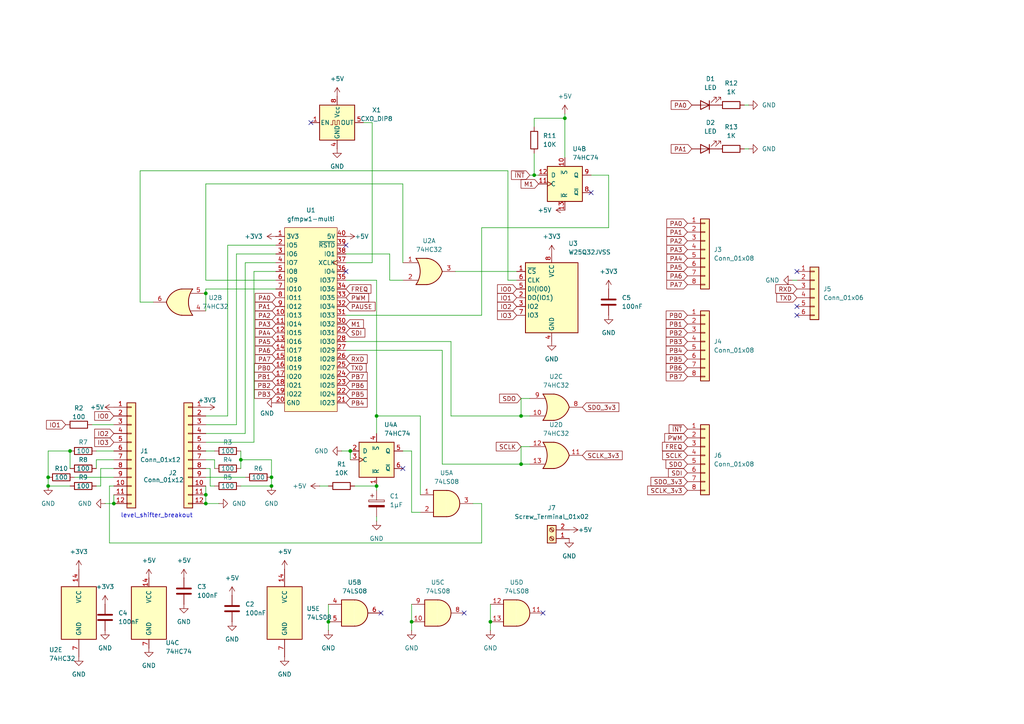
<source format=kicad_sch>
(kicad_sch (version 20231120) (generator "eeschema") (generator_version "8.0")
  (paper "A4")
  (lib_symbols
    (symbol "74xx:74HC74" (pin_names (offset 1.016))
      (property "Reference" "U" (at -7.62 8.89 0))
      (property "Value" "74HC74" (at -7.62 -8.89 0))
      (symbol "74HC74_1_0"
        (pin input line (at 0 -7.62 90) (length 2.54) (name "~{R}") (number "1"))
        (pin input line (at -7.62 2.54 0) (length 2.54) (name "D") (number "2"))
        (pin input clock (at -7.62 0 0) (length 2.54) (name "C") (number "3"))
        (pin input line (at 0 7.62 270) (length 2.54) (name "~{S}") (number "4"))
        (pin output line (at 7.62 2.54 180) (length 2.54) (name "Q") (number "5"))
        (pin output line (at 7.62 -2.54 180) (length 2.54) (name "~{Q}") (number "6"))
      )
      (symbol "74HC74_2_0"
        (pin input line (at 0 7.62 270) (length 2.54) (name "~{S}") (number "10"))
        (pin input clock (at -7.62 0 0) (length 2.54) (name "C") (number "11"))
        (pin input line (at -7.62 2.54 0) (length 2.54) (name "D") (number "12"))
        (pin input line (at 0 -7.62 90) (length 2.54) (name "~{R}") (number "13"))
        (pin output line (at 7.62 -2.54 180) (length 2.54) (name "~{Q}") (number "8"))
        (pin output line (at 7.62 2.54 180) (length 2.54) (name "Q") (number "9"))
      )
      (symbol "74HC74_3_0"
        (pin power_in line (at 0 10.16 270) (length 2.54) (name "VCC") (number "14"))
        (pin power_in line (at 0 -10.16 90) (length 2.54) (name "GND") (number "7"))
      )
    )
    (symbol "74xx:74LS08" (pin_names (offset 1.016))
      (property "Reference" "U" (at 0 1.27 0))
      (property "Value" "74LS08" (at 0 -1.27 0))
      (symbol "74LS08_1_1"
        (pin input line (at -7.62 2.54 0) (length 3.81) (name "~") (number "1"))
        (pin input line (at -7.62 -2.54 0) (length 3.81) (name "~") (number "2"))
        (pin output line (at 7.62 0 180) (length 3.81) (name "~") (number "3"))
      )
      (symbol "74LS08_1_2"
        (pin input inverted (at -7.62 2.54 0) (length 4.318) (name "~") (number "1"))
        (pin input inverted (at -7.62 -2.54 0) (length 4.318) (name "~") (number "2"))
        (pin output inverted (at 7.62 0 180) (length 3.81) (name "~") (number "3"))
      )
      (symbol "74LS08_2_1"
        (pin input line (at -7.62 2.54 0) (length 3.81) (name "~") (number "4"))
        (pin input line (at -7.62 -2.54 0) (length 3.81) (name "~") (number "5"))
        (pin output line (at 7.62 0 180) (length 3.81) (name "~") (number "6"))
      )
      (symbol "74LS08_2_2"
        (pin input inverted (at -7.62 2.54 0) (length 4.318) (name "~") (number "4"))
        (pin input inverted (at -7.62 -2.54 0) (length 4.318) (name "~") (number "5"))
        (pin output inverted (at 7.62 0 180) (length 3.81) (name "~") (number "6"))
      )
      (symbol "74LS08_3_1"
        (pin input line (at -7.62 -2.54 0) (length 3.81) (name "~") (number "10"))
        (pin output line (at 7.62 0 180) (length 3.81) (name "~") (number "8"))
        (pin input line (at -7.62 2.54 0) (length 3.81) (name "~") (number "9"))
      )
      (symbol "74LS08_3_2"
        (pin input inverted (at -7.62 -2.54 0) (length 4.318) (name "~") (number "10"))
        (pin output inverted (at 7.62 0 180) (length 3.81) (name "~") (number "8"))
        (pin input inverted (at -7.62 2.54 0) (length 4.318) (name "~") (number "9"))
      )
      (symbol "74LS08_4_1"
        (pin output line (at 7.62 0 180) (length 3.81) (name "~") (number "11"))
        (pin input line (at -7.62 2.54 0) (length 3.81) (name "~") (number "12"))
        (pin input line (at -7.62 -2.54 0) (length 3.81) (name "~") (number "13"))
      )
      (symbol "74LS08_4_2"
        (pin output inverted (at 7.62 0 180) (length 3.81) (name "~") (number "11"))
        (pin input inverted (at -7.62 2.54 0) (length 4.318) (name "~") (number "12"))
        (pin input inverted (at -7.62 -2.54 0) (length 4.318) (name "~") (number "13"))
      )
      (symbol "74LS08_5_0"
        (pin power_in line (at 0 12.7 270) (length 5.08) (name "VCC") (number "14"))
        (pin power_in line (at 0 -12.7 90) (length 5.08) (name "GND") (number "7"))
      )
    )
    (symbol "74xx:74LS32" (pin_names (offset 1.016))
      (property "Reference" "U" (at 0 1.27 0))
      (property "Value" "74LS32" (at 0 -1.27 0))
      (symbol "74LS32_1_1"
        (pin input line (at -7.62 2.54 0) (length 4.318) (name "~") (number "1"))
        (pin input line (at -7.62 -2.54 0) (length 4.318) (name "~") (number "2"))
        (pin output line (at 7.62 0 180) (length 3.81) (name "~") (number "3"))
      )
      (symbol "74LS32_1_2"
        (pin input inverted (at -7.62 2.54 0) (length 3.81) (name "~") (number "1"))
        (pin input inverted (at -7.62 -2.54 0) (length 3.81) (name "~") (number "2"))
        (pin output inverted (at 7.62 0 180) (length 3.81) (name "~") (number "3"))
      )
      (symbol "74LS32_2_1"
        (pin input line (at -7.62 2.54 0) (length 4.318) (name "~") (number "4"))
        (pin input line (at -7.62 -2.54 0) (length 4.318) (name "~") (number "5"))
        (pin output line (at 7.62 0 180) (length 3.81) (name "~") (number "6"))
      )
      (symbol "74LS32_2_2"
        (pin input inverted (at -7.62 2.54 0) (length 3.81) (name "~") (number "4"))
        (pin input inverted (at -7.62 -2.54 0) (length 3.81) (name "~") (number "5"))
        (pin output inverted (at 7.62 0 180) (length 3.81) (name "~") (number "6"))
      )
      (symbol "74LS32_3_1"
        (pin input line (at -7.62 -2.54 0) (length 4.318) (name "~") (number "10"))
        (pin output line (at 7.62 0 180) (length 3.81) (name "~") (number "8"))
        (pin input line (at -7.62 2.54 0) (length 4.318) (name "~") (number "9"))
      )
      (symbol "74LS32_3_2"
        (pin input inverted (at -7.62 -2.54 0) (length 3.81) (name "~") (number "10"))
        (pin output inverted (at 7.62 0 180) (length 3.81) (name "~") (number "8"))
        (pin input inverted (at -7.62 2.54 0) (length 3.81) (name "~") (number "9"))
      )
      (symbol "74LS32_4_1"
        (pin output line (at 7.62 0 180) (length 3.81) (name "~") (number "11"))
        (pin input line (at -7.62 2.54 0) (length 4.318) (name "~") (number "12"))
        (pin input line (at -7.62 -2.54 0) (length 4.318) (name "~") (number "13"))
      )
      (symbol "74LS32_4_2"
        (pin output inverted (at 7.62 0 180) (length 3.81) (name "~") (number "11"))
        (pin input inverted (at -7.62 2.54 0) (length 3.81) (name "~") (number "12"))
        (pin input inverted (at -7.62 -2.54 0) (length 3.81) (name "~") (number "13"))
      )
      (symbol "74LS32_5_0"
        (pin power_in line (at 0 12.7 270) (length 5.08) (name "VCC") (number "14"))
        (pin power_in line (at 0 -12.7 90) (length 5.08) (name "GND") (number "7"))
      )
    )
    (symbol "Connector:Screw_Terminal_01x02" (pin_names (offset 1.016) hide)
      (property "Reference" "J" (at 0 2.54 0))
      (property "Value" "Screw_Terminal_01x02" (at 0 -5.08 0))
      (symbol "Screw_Terminal_01x02_1_1"
        (pin passive line (at -5.08 0 0) (length 3.81) (name "Pin_1") (number "1"))
        (pin passive line (at -5.08 -2.54 0) (length 3.81) (name "Pin_2") (number "2"))
      )
    )
    (symbol "Connector_Generic:Conn_01x06" (pin_names (offset 1.016) hide)
      (property "Reference" "J" (at 0 7.62 0))
      (property "Value" "Conn_01x06" (at 0 -10.16 0))
      (symbol "Conn_01x06_1_1"
        (pin passive line (at -5.08 5.08 0) (length 3.81) (name "Pin_1") (number "1"))
        (pin passive line (at -5.08 2.54 0) (length 3.81) (name "Pin_2") (number "2"))
        (pin passive line (at -5.08 0 0) (length 3.81) (name "Pin_3") (number "3"))
        (pin passive line (at -5.08 -2.54 0) (length 3.81) (name "Pin_4") (number "4"))
        (pin passive line (at -5.08 -5.08 0) (length 3.81) (name "Pin_5") (number "5"))
        (pin passive line (at -5.08 -7.62 0) (length 3.81) (name "Pin_6") (number "6"))
      )
    )
    (symbol "Connector_Generic:Conn_01x08" (pin_names (offset 1.016) hide)
      (property "Reference" "J" (at 0 10.16 0))
      (property "Value" "Conn_01x08" (at 0 -12.7 0))
      (symbol "Conn_01x08_1_1"
        (pin passive line (at -5.08 7.62 0) (length 3.81) (name "Pin_1") (number "1"))
        (pin passive line (at -5.08 5.08 0) (length 3.81) (name "Pin_2") (number "2"))
        (pin passive line (at -5.08 2.54 0) (length 3.81) (name "Pin_3") (number "3"))
        (pin passive line (at -5.08 0 0) (length 3.81) (name "Pin_4") (number "4"))
        (pin passive line (at -5.08 -2.54 0) (length 3.81) (name "Pin_5") (number "5"))
        (pin passive line (at -5.08 -5.08 0) (length 3.81) (name "Pin_6") (number "6"))
        (pin passive line (at -5.08 -7.62 0) (length 3.81) (name "Pin_7") (number "7"))
        (pin passive line (at -5.08 -10.16 0) (length 3.81) (name "Pin_8") (number "8"))
      )
    )
    (symbol "Connector_Generic:Conn_01x12" (pin_names (offset 1.016) hide)
      (property "Reference" "J" (at 0 15.24 0))
      (property "Value" "Conn_01x12" (at 0 -17.78 0))
      (symbol "Conn_01x12_1_1"
        (pin passive line (at -5.08 12.7 0) (length 3.81) (name "Pin_1") (number "1"))
        (pin passive line (at -5.08 -10.16 0) (length 3.81) (name "Pin_10") (number "10"))
        (pin passive line (at -5.08 -12.7 0) (length 3.81) (name "Pin_11") (number "11"))
        (pin passive line (at -5.08 -15.24 0) (length 3.81) (name "Pin_12") (number "12"))
        (pin passive line (at -5.08 10.16 0) (length 3.81) (name "Pin_2") (number "2"))
        (pin passive line (at -5.08 7.62 0) (length 3.81) (name "Pin_3") (number "3"))
        (pin passive line (at -5.08 5.08 0) (length 3.81) (name "Pin_4") (number "4"))
        (pin passive line (at -5.08 2.54 0) (length 3.81) (name "Pin_5") (number "5"))
        (pin passive line (at -5.08 0 0) (length 3.81) (name "Pin_6") (number "6"))
        (pin passive line (at -5.08 -2.54 0) (length 3.81) (name "Pin_7") (number "7"))
        (pin passive line (at -5.08 -5.08 0) (length 3.81) (name "Pin_8") (number "8"))
        (pin passive line (at -5.08 -7.62 0) (length 3.81) (name "Pin_9") (number "9"))
      )
    )
    (symbol "Device:C" (pin_numbers hide) (pin_names (offset 0.254))
      (property "Reference" "C" (at 0.635 2.54 0))
      (property "Value" "C" (at 0.635 -2.54 0))
      (symbol "C_1_1"
        (pin passive line (at 0 3.81 270) (length 2.794) (name "~") (number "1"))
        (pin passive line (at 0 -3.81 90) (length 2.794) (name "~") (number "2"))
      )
    )
    (symbol "Device:C_Polarized" (pin_numbers hide) (pin_names (offset 0.254))
      (property "Reference" "C" (at 0.635 2.54 0))
      (property "Value" "C_Polarized" (at 0.635 -2.54 0))
      (symbol "C_Polarized_1_1"
        (pin passive line (at 0 3.81 270) (length 2.794) (name "~") (number "1"))
        (pin passive line (at 0 -3.81 90) (length 2.794) (name "~") (number "2"))
      )
    )
    (symbol "Device:LED" (pin_numbers hide) (pin_names (offset 1.016) hide)
      (property "Reference" "D" (at 0 2.54 0))
      (property "Value" "LED" (at 0 -2.54 0))
      (symbol "LED_1_1"
        (pin passive line (at -3.81 0 0) (length 2.54) (name "K") (number "1"))
        (pin passive line (at 3.81 0 180) (length 2.54) (name "A") (number "2"))
      )
    )
    (symbol "Device:R" (pin_numbers hide) (pin_names (offset 0))
      (property "Reference" "R" (at 2.032 0 90))
      (property "Value" "R" (at 0 0 90))
      (symbol "R_1_1"
        (pin passive line (at 0 3.81 270) (length 1.27) (name "~") (number "1"))
        (pin passive line (at 0 -3.81 90) (length 1.27) (name "~") (number "2"))
      )
    )
    (symbol "Memory_Flash:W25Q32JVSS"
      (property "Reference" "U" (at -6.35 11.43 0))
      (property "Value" "W25Q32JVSS" (at 7.62 11.43 0))
      (symbol "W25Q32JVSS_1_1"
        (pin input line (at -10.16 7.62 0) (length 2.54) (name "~{CS}") (number "1"))
        (pin bidirectional line (at -10.16 0 0) (length 2.54) (name "DO(IO1)") (number "2"))
        (pin bidirectional line (at -10.16 -2.54 0) (length 2.54) (name "IO2") (number "3"))
        (pin power_in line (at 0 -12.7 90) (length 2.54) (name "GND") (number "4"))
        (pin bidirectional line (at -10.16 2.54 0) (length 2.54) (name "DI(IO0)") (number "5"))
        (pin input line (at -10.16 5.08 0) (length 2.54) (name "CLK") (number "6"))
        (pin bidirectional line (at -10.16 -5.08 0) (length 2.54) (name "IO3") (number "7"))
        (pin power_in line (at 0 12.7 270) (length 2.54) (name "VCC") (number "8"))
      )
    )
    (symbol "Oscillator:CXO_DIP8" (pin_names (offset 0.254))
      (property "Reference" "X" (at -5.08 6.35 0))
      (property "Value" "CXO_DIP8" (at 1.27 -6.35 0))
      (symbol "CXO_DIP8_1_1"
        (pin input line (at -7.62 0 0) (length 2.54) (name "EN") (number "1"))
        (pin power_in line (at 0 -7.62 90) (length 2.54) (name "GND") (number "4"))
        (pin output line (at 7.62 0 180) (length 2.54) (name "OUT") (number "5"))
        (pin power_in line (at 0 7.62 270) (length 2.54) (name "Vcc") (number "8"))
      )
    )
    (symbol "Tholin:gfmpw1-multi"
      (property "Reference" "U" (at 0 0 0))
      (property "Value" "gfmpw1-multi" (at 0 0 0))
      (symbol "gfmpw1-multi_1_1"
        (pin power_out line (at -10.16 -3.81 0) (length 2.54) (name "3V3") (number "1"))
        (pin bidirectional line (at -10.16 -26.67 0) (length 2.54) (name "IO13") (number "10"))
        (pin bidirectional line (at -10.16 -29.21 0) (length 2.54) (name "IO14") (number "11"))
        (pin bidirectional line (at -10.16 -31.75 0) (length 2.54) (name "IO15") (number "12"))
        (pin bidirectional line (at -10.16 -34.29 0) (length 2.54) (name "IO16") (number "13"))
        (pin bidirectional line (at -10.16 -36.83 0) (length 2.54) (name "IO17") (number "14"))
        (pin bidirectional line (at -10.16 -39.37 0) (length 2.54) (name "IO18") (number "15"))
        (pin bidirectional line (at -10.16 -41.91 0) (length 2.54) (name "IO19") (number "16"))
        (pin bidirectional line (at -10.16 -44.45 0) (length 2.54) (name "IO20") (number "17"))
        (pin bidirectional line (at -10.16 -46.99 0) (length 2.54) (name "IO21") (number "18"))
        (pin bidirectional line (at -10.16 -49.53 0) (length 2.54) (name "IO22") (number "19"))
        (pin bidirectional line (at -10.16 -6.35 0) (length 2.54) (name "IO5") (number "2"))
        (pin power_in line (at -10.16 -52.07 0) (length 2.54) (name "GND") (number "20"))
        (pin bidirectional line (at 10.16 -52.07 180) (length 2.54) (name "IO23") (number "21"))
        (pin bidirectional line (at 10.16 -49.53 180) (length 2.54) (name "IO24") (number "22"))
        (pin bidirectional line (at 10.16 -46.99 180) (length 2.54) (name "IO25") (number "23"))
        (pin bidirectional line (at 10.16 -44.45 180) (length 2.54) (name "IO26") (number "24"))
        (pin bidirectional line (at 10.16 -41.91 180) (length 2.54) (name "IO27") (number "25"))
        (pin bidirectional line (at 10.16 -39.37 180) (length 2.54) (name "IO28") (number "26"))
        (pin bidirectional line (at 10.16 -36.83 180) (length 2.54) (name "IO29") (number "27"))
        (pin bidirectional line (at 10.16 -34.29 180) (length 2.54) (name "IO30") (number "28"))
        (pin bidirectional line (at 10.16 -31.75 180) (length 2.54) (name "IO31") (number "29"))
        (pin bidirectional line (at -10.16 -8.89 0) (length 2.54) (name "IO6") (number "3"))
        (pin bidirectional line (at 10.16 -29.21 180) (length 2.54) (name "IO32") (number "30"))
        (pin bidirectional line (at 10.16 -26.67 180) (length 2.54) (name "IO33") (number "31"))
        (pin bidirectional line (at 10.16 -24.13 180) (length 2.54) (name "IO34") (number "32"))
        (pin bidirectional line (at 10.16 -21.59 180) (length 2.54) (name "IO35") (number "33"))
        (pin bidirectional line (at 10.16 -19.05 180) (length 2.54) (name "IO36") (number "34"))
        (pin bidirectional line (at 10.16 -16.51 180) (length 2.54) (name "IO37") (number "35"))
        (pin bidirectional line (at 10.16 -13.97 180) (length 2.54) (name "IO4") (number "36"))
        (pin input clock (at 10.16 -11.43 180) (length 2.54) (name "XCLK") (number "37"))
        (pin bidirectional line (at 10.16 -8.89 180) (length 2.54) (name "IO1") (number "38"))
        (pin input line (at 10.16 -6.35 180) (length 2.54) (name "~{RSTD}") (number "39"))
        (pin bidirectional line (at -10.16 -11.43 0) (length 2.54) (name "IO7") (number "4"))
        (pin power_in line (at 10.16 -3.81 180) (length 2.54) (name "5V") (number "40"))
        (pin bidirectional line (at -10.16 -13.97 0) (length 2.54) (name "IO8") (number "5"))
        (pin bidirectional line (at -10.16 -16.51 0) (length 2.54) (name "IO9") (number "6"))
        (pin bidirectional line (at -10.16 -19.05 0) (length 2.54) (name "IO10") (number "7"))
        (pin bidirectional line (at -10.16 -21.59 0) (length 2.54) (name "IO11") (number "8"))
        (pin bidirectional line (at -10.16 -24.13 0) (length 2.54) (name "IO12") (number "9"))
      )
    )
    (symbol "power:+3V3" (power) (pin_numbers hide) (pin_names (offset 0) hide)
      (property "Value" "+3V3" (at 0 3.556 0))
      (symbol "+3V3_1_1"
        (pin power_in line (at 0 0 90) (length 0) (name "~") (number "1"))
      )
    )
    (symbol "power:+5V" (power) (pin_numbers hide) (pin_names (offset 0) hide)
      (property "Value" "+5V" (at 0 3.556 0))
      (symbol "+5V_1_1"
        (pin power_in line (at 0 0 90) (length 0) (name "~") (number "1"))
      )
    )
    (symbol "power:GND" (power) (pin_numbers hide) (pin_names (offset 0) hide)
      (property "Value" "GND" (at 0 -3.81 0))
      (symbol "GND_1_1"
        (pin power_in line (at 0 0 270) (length 0) (name "~") (number "1"))
      )
    )
  )
  (junction (at 78.74 140.97))
  (junction (at 109.22 120.65))
  (junction (at 101.6 130.81))
  (junction (at 154.94 50.8))
  (junction (at 33.02 146.05))
  (junction (at 142.24 180.34))
  (junction (at 163.83 34.29))
  (junction (at 13.97 140.97))
  (junction (at 59.69 146.05))
  (junction (at 59.69 85.09))
  (junction (at 151.13 120.65))
  (junction (at 20.32 130.81))
  (junction (at 151.13 134.62))
  (junction (at 119.38 180.34))
  (junction (at 95.25 180.34))
  (junction (at 69.85 133.35))
  (junction (at 13.97 138.43))
  (junction (at 78.74 138.43))
  (junction (at 109.22 140.97))
  (junction (at 59.69 143.51))
  (no_connect (at 100.33 71.12))
  (no_connect (at 116.84 135.89))
  (no_connect (at 100.33 78.74))
  (no_connect (at 90.17 35.56))
  (no_connect (at 110.49 177.8))
  (no_connect (at 231.14 88.9))
  (no_connect (at 157.48 177.8))
  (no_connect (at 231.14 91.44))
  (no_connect (at 134.62 177.8))
  (no_connect (at 231.14 78.74))
  (no_connect (at 171.45 55.88))
  (wire (pts (xy 154.94 34.29) (xy 163.83 34.29)))
  (wire (pts (xy 62.23 133.35) (xy 62.23 135.89)))
  (wire (pts (xy 139.7 91.44) (xy 139.7 66.04)))
  (wire (pts (xy 119.38 148.59) (xy 121.92 148.59)))
  (wire (pts (xy 27.94 140.97) (xy 29.21 140.97)))
  (wire (pts (xy 107.95 76.2) (xy 100.33 76.2)))
  (wire (pts (xy 40.64 49.53) (xy 147.32 49.53)))
  (wire (pts (xy 20.32 140.97) (xy 13.97 140.97)))
  (wire (pts (xy 100.33 81.28) (xy 109.22 81.28)))
  (wire (pts (xy 73.66 78.74) (xy 80.01 78.74)))
  (wire (pts (xy 142.24 180.34) (xy 142.24 182.88)))
  (wire (pts (xy 153.67 115.57) (xy 151.13 115.57)))
  (wire (pts (xy 139.7 157.48) (xy 139.7 146.05)))
  (wire (pts (xy 176.53 50.8) (xy 171.45 50.8)))
  (wire (pts (xy 163.83 34.29) (xy 163.83 45.72)))
  (wire (pts (xy 215.9 43.18) (xy 217.17 43.18)))
  (wire (pts (xy 132.08 78.74) (xy 149.86 78.74)))
  (wire (pts (xy 30.48 146.05) (xy 33.02 146.05)))
  (wire (pts (xy 68.58 73.66) (xy 80.01 73.66)))
  (wire (pts (xy 176.53 66.04) (xy 176.53 50.8)))
  (wire (pts (xy 100.33 101.6) (xy 128.27 101.6)))
  (wire (pts (xy 95.25 180.34) (xy 95.25 182.88)))
  (wire (pts (xy 147.32 81.28) (xy 149.86 81.28)))
  (wire (pts (xy 154.94 36.83) (xy 154.94 34.29)))
  (wire (pts (xy 139.7 66.04) (xy 176.53 66.04)))
  (wire (pts (xy 60.96 140.97) (xy 62.23 140.97)))
  (wire (pts (xy 163.83 33.02) (xy 163.83 34.29)))
  (wire (pts (xy 33.02 135.89) (xy 29.21 135.89)))
  (wire (pts (xy 71.12 125.73) (xy 71.12 76.2)))
  (wire (pts (xy 102.87 140.97) (xy 109.22 140.97)))
  (wire (pts (xy 147.32 49.53) (xy 147.32 81.28)))
  (wire (pts (xy 13.97 138.43) (xy 13.97 130.81)))
  (wire (pts (xy 71.12 76.2) (xy 80.01 76.2)))
  (wire (pts (xy 13.97 140.97) (xy 13.97 138.43)))
  (wire (pts (xy 116.84 76.2) (xy 116.84 53.34)))
  (wire (pts (xy 69.85 133.35) (xy 69.85 135.89)))
  (wire (pts (xy 59.69 125.73) (xy 71.12 125.73)))
  (wire (pts (xy 66.04 71.12) (xy 80.01 71.12)))
  (wire (pts (xy 100.33 91.44) (xy 139.7 91.44)))
  (wire (pts (xy 113.03 81.28) (xy 116.84 81.28)))
  (wire (pts (xy 20.32 130.81) (xy 20.32 135.89)))
  (wire (pts (xy 119.38 175.26) (xy 119.38 180.34)))
  (wire (pts (xy 151.13 115.57) (xy 151.13 120.65)))
  (wire (pts (xy 154.94 44.45) (xy 154.94 50.8)))
  (wire (pts (xy 73.66 128.27) (xy 73.66 78.74)))
  (wire (pts (xy 78.74 138.43) (xy 78.74 133.35)))
  (wire (pts (xy 78.74 140.97) (xy 78.74 138.43)))
  (wire (pts (xy 116.84 53.34) (xy 59.69 53.34)))
  (wire (pts (xy 105.41 35.56) (xy 107.95 35.56)))
  (wire (pts (xy 100.33 99.06) (xy 130.81 99.06)))
  (wire (pts (xy 59.69 85.09) (xy 59.69 90.17)))
  (wire (pts (xy 109.22 81.28) (xy 109.22 120.65)))
  (wire (pts (xy 59.69 135.89) (xy 60.96 135.89)))
  (wire (pts (xy 59.69 143.51) (xy 59.69 140.97)))
  (wire (pts (xy 121.92 143.51) (xy 121.92 120.65)))
  (wire (pts (xy 80.01 83.82) (xy 59.69 83.82)))
  (wire (pts (xy 128.27 101.6) (xy 128.27 134.62)))
  (wire (pts (xy 100.33 73.66) (xy 113.03 73.66)))
  (wire (pts (xy 142.24 175.26) (xy 142.24 180.34)))
  (wire (pts (xy 153.67 129.54) (xy 151.13 129.54)))
  (wire (pts (xy 59.69 133.35) (xy 62.23 133.35)))
  (wire (pts (xy 151.13 120.65) (xy 153.67 120.65)))
  (wire (pts (xy 69.85 130.81) (xy 69.85 133.35)))
  (wire (pts (xy 59.69 123.19) (xy 68.58 123.19)))
  (wire (pts (xy 59.69 120.65) (xy 66.04 120.65)))
  (wire (pts (xy 31.75 157.48) (xy 139.7 157.48)))
  (wire (pts (xy 113.03 73.66) (xy 113.03 81.28)))
  (wire (pts (xy 63.5 146.05) (xy 59.69 146.05)))
  (wire (pts (xy 59.69 130.81) (xy 62.23 130.81)))
  (wire (pts (xy 109.22 120.65) (xy 109.22 125.73)))
  (wire (pts (xy 154.94 50.8) (xy 156.21 50.8)))
  (wire (pts (xy 59.69 128.27) (xy 73.66 128.27)))
  (wire (pts (xy 151.13 129.54) (xy 151.13 134.62)))
  (wire (pts (xy 99.06 130.81) (xy 101.6 130.81)))
  (wire (pts (xy 27.94 130.81) (xy 33.02 130.81)))
  (wire (pts (xy 107.95 35.56) (xy 107.95 76.2)))
  (wire (pts (xy 119.38 180.34) (xy 119.38 182.88)))
  (wire (pts (xy 130.81 120.65) (xy 151.13 120.65)))
  (wire (pts (xy 109.22 140.97) (xy 109.22 142.24)))
  (wire (pts (xy 59.69 138.43) (xy 71.12 138.43)))
  (wire (pts (xy 128.27 134.62) (xy 151.13 134.62)))
  (wire (pts (xy 59.69 53.34) (xy 59.69 81.28)))
  (wire (pts (xy 59.69 146.05) (xy 59.69 143.51)))
  (wire (pts (xy 40.64 87.63) (xy 40.64 49.53)))
  (wire (pts (xy 26.67 123.19) (xy 33.02 123.19)))
  (wire (pts (xy 151.13 134.62) (xy 153.67 134.62)))
  (wire (pts (xy 130.81 99.06) (xy 130.81 120.65)))
  (wire (pts (xy 116.84 130.81) (xy 119.38 130.81)))
  (wire (pts (xy 27.94 133.35) (xy 27.94 135.89)))
  (wire (pts (xy 59.69 83.82) (xy 59.69 85.09)))
  (wire (pts (xy 153.67 50.8) (xy 154.94 50.8)))
  (wire (pts (xy 33.02 146.05) (xy 33.02 143.51)))
  (wire (pts (xy 33.02 133.35) (xy 27.94 133.35)))
  (wire (pts (xy 101.6 130.81) (xy 101.6 133.35)))
  (wire (pts (xy 44.45 87.63) (xy 40.64 87.63)))
  (wire (pts (xy 95.25 175.26) (xy 95.25 180.34)))
  (wire (pts (xy 139.7 146.05) (xy 137.16 146.05)))
  (wire (pts (xy 229.87 81.28) (xy 231.14 81.28)))
  (wire (pts (xy 69.85 140.97) (xy 78.74 140.97)))
  (wire (pts (xy 13.97 130.81) (xy 20.32 130.81)))
  (wire (pts (xy 31.75 140.97) (xy 31.75 157.48)))
  (wire (pts (xy 215.9 30.48) (xy 217.17 30.48)))
  (wire (pts (xy 68.58 123.19) (xy 68.58 73.66)))
  (wire (pts (xy 60.96 135.89) (xy 60.96 140.97)))
  (wire (pts (xy 119.38 130.81) (xy 119.38 148.59)))
  (wire (pts (xy 92.71 140.97) (xy 95.25 140.97)))
  (wire (pts (xy 33.02 140.97) (xy 31.75 140.97)))
  (wire (pts (xy 29.21 135.89) (xy 29.21 140.97)))
  (wire (pts (xy 109.22 149.86) (xy 109.22 151.13)))
  (wire (pts (xy 59.69 81.28) (xy 80.01 81.28)))
  (wire (pts (xy 66.04 120.65) (xy 66.04 71.12)))
  (wire (pts (xy 121.92 120.65) (xy 109.22 120.65)))
  (wire (pts (xy 21.59 138.43) (xy 33.02 138.43)))
  (wire (pts (xy 78.74 133.35) (xy 69.85 133.35)))
  (text "level_shifter_breakout" (at 45.466 149.606 0) (effects (font (size 1.27 1.27))))
  (global_label "SCLK_3v3" (shape input) (at 199.39 142.24 180) (property "Intersheetrefs" "${INTERSHEET_REFS}" (effects (hide yes))))
  (global_label "SDO_3v3" (shape input) (at 168.91 118.11 0) (property "Intersheetrefs" "${INTERSHEET_REFS}" (effects (hide yes))))
  (global_label "PB4" (shape input) (at 100.33 116.84 0) (property "Intersheetrefs" "${INTERSHEET_REFS}" (effects (hide yes))))
  (global_label "IO2" (shape input) (at 33.02 125.73 180) (property "Intersheetrefs" "${INTERSHEET_REFS}" (effects (hide yes))))
  (global_label "PB7" (shape input) (at 199.39 109.22 180) (property "Intersheetrefs" "${INTERSHEET_REFS}" (effects (hide yes))))
  (global_label "SCLK" (shape input) (at 151.13 129.54 180) (property "Intersheetrefs" "${INTERSHEET_REFS}" (effects (hide yes))))
  (global_label "PB2" (shape input) (at 199.39 96.52 180) (property "Intersheetrefs" "${INTERSHEET_REFS}" (effects (hide yes))))
  (global_label "PA6" (shape input) (at 199.39 80.01 180) (property "Intersheetrefs" "${INTERSHEET_REFS}" (effects (hide yes))))
  (global_label "FREQ" (shape input) (at 199.39 129.54 180) (property "Intersheetrefs" "${INTERSHEET_REFS}" (effects (hide yes))))
  (global_label "PA4" (shape input) (at 80.01 96.52 180) (property "Intersheetrefs" "${INTERSHEET_REFS}" (effects (hide yes))))
  (global_label "PA3" (shape input) (at 80.01 93.98 180) (property "Intersheetrefs" "${INTERSHEET_REFS}" (effects (hide yes))))
  (global_label "PA1" (shape input) (at 200.66 43.18 180) (property "Intersheetrefs" "${INTERSHEET_REFS}" (effects (hide yes))))
  (global_label "PB6" (shape input) (at 100.33 111.76 0) (property "Intersheetrefs" "${INTERSHEET_REFS}" (effects (hide yes))))
  (global_label "~{INT}" (shape input) (at 153.67 50.8 180) (property "Intersheetrefs" "${INTERSHEET_REFS}" (effects (hide yes))))
  (global_label "PA1" (shape input) (at 80.01 88.9 180) (property "Intersheetrefs" "${INTERSHEET_REFS}" (effects (hide yes))))
  (global_label "PB2" (shape input) (at 80.01 111.76 180) (property "Intersheetrefs" "${INTERSHEET_REFS}" (effects (hide yes))))
  (global_label "PB0" (shape input) (at 80.01 106.68 180) (property "Intersheetrefs" "${INTERSHEET_REFS}" (effects (hide yes))))
  (global_label "TXD" (shape input) (at 100.33 106.68 0) (property "Intersheetrefs" "${INTERSHEET_REFS}" (effects (hide yes))))
  (global_label "PA3" (shape input) (at 199.39 72.39 180) (property "Intersheetrefs" "${INTERSHEET_REFS}" (effects (hide yes))))
  (global_label "~{INT}" (shape input) (at 199.39 124.46 180) (property "Intersheetrefs" "${INTERSHEET_REFS}" (effects (hide yes))))
  (global_label "SDO" (shape input) (at 199.39 134.62 180) (property "Intersheetrefs" "${INTERSHEET_REFS}" (effects (hide yes))))
  (global_label "PA0" (shape input) (at 199.39 64.77 180) (property "Intersheetrefs" "${INTERSHEET_REFS}" (effects (hide yes))))
  (global_label "PB5" (shape input) (at 100.33 114.3 0) (property "Intersheetrefs" "${INTERSHEET_REFS}" (effects (hide yes))))
  (global_label "IO1" (shape input) (at 19.05 123.19 180) (property "Intersheetrefs" "${INTERSHEET_REFS}" (effects (hide yes))))
  (global_label "IO3" (shape input) (at 33.02 128.27 180) (property "Intersheetrefs" "${INTERSHEET_REFS}" (effects (hide yes))))
  (global_label "PA0" (shape input) (at 80.01 86.36 180) (property "Intersheetrefs" "${INTERSHEET_REFS}" (effects (hide yes))))
  (global_label "RXD" (shape input) (at 231.14 83.82 180) (property "Intersheetrefs" "${INTERSHEET_REFS}" (effects (hide yes))))
  (global_label "PB1" (shape input) (at 80.01 109.22 180) (property "Intersheetrefs" "${INTERSHEET_REFS}" (effects (hide yes))))
  (global_label "PB5" (shape input) (at 199.39 104.14 180) (property "Intersheetrefs" "${INTERSHEET_REFS}" (effects (hide yes))))
  (global_label "M1" (shape input) (at 100.33 93.98 0) (property "Intersheetrefs" "${INTERSHEET_REFS}" (effects (hide yes))))
  (global_label "M1" (shape input) (at 156.21 53.34 180) (property "Intersheetrefs" "${INTERSHEET_REFS}" (effects (hide yes))))
  (global_label "PWM" (shape input) (at 199.39 127 180) (property "Intersheetrefs" "${INTERSHEET_REFS}" (effects (hide yes))))
  (global_label "PB3" (shape input) (at 199.39 99.06 180) (property "Intersheetrefs" "${INTERSHEET_REFS}" (effects (hide yes))))
  (global_label "RXD" (shape input) (at 100.33 104.14 0) (property "Intersheetrefs" "${INTERSHEET_REFS}" (effects (hide yes))))
  (global_label "SDI" (shape input) (at 100.33 96.52 0) (property "Intersheetrefs" "${INTERSHEET_REFS}" (effects (hide yes))))
  (global_label "SDO" (shape input) (at 151.13 115.57 180) (property "Intersheetrefs" "${INTERSHEET_REFS}" (effects (hide yes))))
  (global_label "SCLK" (shape input) (at 199.39 132.08 180) (property "Intersheetrefs" "${INTERSHEET_REFS}" (effects (hide yes))))
  (global_label "PA5" (shape input) (at 80.01 99.06 180) (property "Intersheetrefs" "${INTERSHEET_REFS}" (effects (hide yes))))
  (global_label "PA4" (shape input) (at 199.39 74.93 180) (property "Intersheetrefs" "${INTERSHEET_REFS}" (effects (hide yes))))
  (global_label "PB6" (shape input) (at 199.39 106.68 180) (property "Intersheetrefs" "${INTERSHEET_REFS}" (effects (hide yes))))
  (global_label "PB3" (shape input) (at 80.01 114.3 180) (property "Intersheetrefs" "${INTERSHEET_REFS}" (effects (hide yes))))
  (global_label "PA5" (shape input) (at 199.39 77.47 180) (property "Intersheetrefs" "${INTERSHEET_REFS}" (effects (hide yes))))
  (global_label "PA7" (shape input) (at 199.39 82.55 180) (property "Intersheetrefs" "${INTERSHEET_REFS}" (effects (hide yes))))
  (global_label "SCLK_3v3" (shape input) (at 168.91 132.08 0) (property "Intersheetrefs" "${INTERSHEET_REFS}" (effects (hide yes))))
  (global_label "IO0" (shape input) (at 33.02 120.65 180) (property "Intersheetrefs" "${INTERSHEET_REFS}" (effects (hide yes))))
  (global_label "FREQ" (shape input) (at 100.33 83.82 0) (property "Intersheetrefs" "${INTERSHEET_REFS}" (effects (hide yes))))
  (global_label "PA0" (shape input) (at 200.66 30.48 180) (property "Intersheetrefs" "${INTERSHEET_REFS}" (effects (hide yes))))
  (global_label "IO0" (shape input) (at 149.86 83.82 180) (property "Intersheetrefs" "${INTERSHEET_REFS}" (effects (hide yes))))
  (global_label "PA6" (shape input) (at 80.01 101.6 180) (property "Intersheetrefs" "${INTERSHEET_REFS}" (effects (hide yes))))
  (global_label "PB0" (shape input) (at 199.39 91.44 180) (property "Intersheetrefs" "${INTERSHEET_REFS}" (effects (hide yes))))
  (global_label "PA2" (shape input) (at 80.01 91.44 180) (property "Intersheetrefs" "${INTERSHEET_REFS}" (effects (hide yes))))
  (global_label "SDO_3v3" (shape input) (at 199.39 139.7 180) (property "Intersheetrefs" "${INTERSHEET_REFS}" (effects (hide yes))))
  (global_label "PB1" (shape input) (at 199.39 93.98 180) (property "Intersheetrefs" "${INTERSHEET_REFS}" (effects (hide yes))))
  (global_label "PAUSE" (shape input) (at 100.33 88.9 0) (property "Intersheetrefs" "${INTERSHEET_REFS}" (effects (hide yes))))
  (global_label "TXD" (shape input) (at 231.14 86.36 180) (property "Intersheetrefs" "${INTERSHEET_REFS}" (effects (hide yes))))
  (global_label "PA2" (shape input) (at 199.39 69.85 180) (property "Intersheetrefs" "${INTERSHEET_REFS}" (effects (hide yes))))
  (global_label "IO2" (shape input) (at 149.86 88.9 180) (property "Intersheetrefs" "${INTERSHEET_REFS}" (effects (hide yes))))
  (global_label "PA7" (shape input) (at 80.01 104.14 180) (property "Intersheetrefs" "${INTERSHEET_REFS}" (effects (hide yes))))
  (global_label "PA1" (shape input) (at 199.39 67.31 180) (property "Intersheetrefs" "${INTERSHEET_REFS}" (effects (hide yes))))
  (global_label "IO3" (shape input) (at 149.86 91.44 180) (property "Intersheetrefs" "${INTERSHEET_REFS}" (effects (hide yes))))
  (global_label "PB7" (shape input) (at 100.33 109.22 0) (property "Intersheetrefs" "${INTERSHEET_REFS}" (effects (hide yes))))
  (global_label "PWM" (shape input) (at 100.33 86.36 0) (property "Intersheetrefs" "${INTERSHEET_REFS}" (effects (hide yes))))
  (global_label "SDI" (shape input) (at 199.39 137.16 180) (property "Intersheetrefs" "${INTERSHEET_REFS}" (effects (hide yes))))
  (global_label "PB4" (shape input) (at 199.39 101.6 180) (property "Intersheetrefs" "${INTERSHEET_REFS}" (effects (hide yes))))
  (global_label "IO1" (shape input) (at 149.86 86.36 180) (property "Intersheetrefs" "${INTERSHEET_REFS}" (effects (hide yes))))
  (symbol (lib_id "74xx:74LS08") (at 102.87 177.8 0) (unit 2)
    (property "Reference" "U5" (at 102.8617 168.91 0))
    (property "Value" "74LS08" (at 102.8617 171.45 0))
    (property "Footprint" "Package_DIP:DIP-14_W7.62mm" (effects (hide yes)))
    (property "Datasheet" "http://www.ti.com/lit/gpn/sn74LS08" (effects (hide yes)))
    (property "Description" "Quad And2" (effects (hide yes)))
  )
  (symbol (lib_id "Connector_Generic:Conn_01x08") (at 204.47 72.39 0) (unit 1)
    (property "Reference" "J3" (at 207.01 72.3899 0) (effects (justify left)))
    (property "Value" "Conn_01x08" (at 207.01 74.9299 0) (effects (justify left)))
    (property "Footprint" "Connector_PinHeader_2.54mm:PinHeader_1x08_P2.54mm_Vertical" (effects (hide yes)))
    (property "Description" "Generic connector, single row, 01x08, script generated (kicad-library-utils/schlib/autogen/connector/)" (effects (hide yes)))
  )
  (symbol (lib_id "74xx:74LS08") (at 127 177.8 0) (unit 3)
    (property "Reference" "U5" (at 126.9917 168.91 0))
    (property "Value" "74LS08" (at 126.9917 171.45 0))
    (property "Footprint" "Package_DIP:DIP-14_W7.62mm" (effects (hide yes)))
    (property "Datasheet" "http://www.ti.com/lit/gpn/sn74LS08" (effects (hide yes)))
    (property "Description" "Quad And2" (effects (hide yes)))
  )
  (symbol (lib_id "power:GND") (at 80.01 116.84 270) (unit 1)
    (property "Reference" "#PWR05" (effects (hide yes)))
    (property "Value" "GND" (at 79.502 119.888 90) (effects (justify right)))
    (property "Description" "Power symbol creates a global label with name \"GND\" , ground" (effects (hide yes)))
  )
  (symbol (lib_id "power:+5V") (at 97.79 27.94 0) (unit 1)
    (property "Reference" "#PWR014" (effects (hide yes)))
    (property "Value" "+5V" (at 97.79 22.86 0))
    (property "Description" "Power symbol creates a global label with name \"+5V\"" (effects (hide yes)))
  )
  (symbol (lib_id "power:GND") (at 217.17 43.18 90) (unit 1)
    (property "Reference" "#PWR030" (effects (hide yes)))
    (property "Value" "GND" (at 220.98 43.18 90) (effects (justify right)))
  )
  (symbol (lib_id "74xx:74LS32") (at 52.07 87.63 180) (unit 2)
    (property "Reference" "U2" (at 62.484 86.36 0))
    (property "Value" "74HC32" (at 62.484 88.9 0))
    (property "Footprint" "Package_DIP:DIP-14_W7.62mm" (effects (hide yes)))
    (property "Datasheet" "https://files.tholin.dev/Public/Datasheets/74xx/74HC32.pdf" (effects (hide yes)))
    (property "Description" "Quad 2-input OR" (effects (hide yes)))
  )
  (symbol (lib_id "power:+3V3") (at 30.48 175.26 0) (unit 1)
    (property "Reference" "#PWR037" (effects (hide yes)))
    (property "Value" "+3V3" (at 30.48 170.18 0))
    (property "Description" "Power symbol creates a global label with name \"+3V3\"" (effects (hide yes)))
  )
  (symbol (lib_id "Device:R") (at 99.06 140.97 90) (unit 1)
    (property "Reference" "R1" (at 99.06 134.62 90))
    (property "Value" "10K" (at 99.06 137.16 90))
    (property "Footprint" "Resistor_THT:R_Axial_DIN0204_L3.6mm_D1.6mm_P7.62mm_Horizontal" (effects (hide yes)))
  )
  (symbol (lib_id "74xx:74LS08") (at 129.54 146.05 0) (unit 1)
    (property "Reference" "U5" (at 129.5317 137.16 0))
    (property "Value" "74LS08" (at 129.5317 139.7 0))
    (property "Footprint" "Package_DIP:DIP-14_W7.62mm" (effects (hide yes)))
    (property "Datasheet" "http://www.ti.com/lit/gpn/sn74LS08" (effects (hide yes)))
    (property "Description" "Quad And2" (effects (hide yes)))
  )
  (symbol (lib_id "Connector:Screw_Terminal_01x02") (at 160.02 156.21 180) (unit 1)
    (property "Reference" "J7" (at 160.02 147.32 0))
    (property "Value" "Screw_Terminal_01x02" (at 160.02 149.86 0))
    (property "Footprint" "TerminalBlock:TerminalBlock_bornier-2_P5.08mm" (effects (hide yes)))
  )
  (symbol (lib_id "Device:C") (at 176.53 87.63 0) (unit 1)
    (property "Reference" "C5" (at 180.34 86.36 0) (effects (justify left)))
    (property "Value" "100nF" (at 180.34 88.9 0) (effects (justify left)))
    (property "Footprint" "Capacitor_THT:C_Disc_D3.8mm_W2.6mm_P2.50mm" (effects (hide yes)))
  )
  (symbol (lib_id "power:GND") (at 30.48 182.88 0) (unit 1)
    (property "Reference" "#PWR038" (effects (hide yes)))
    (property "Value" "GND" (at 30.48 187.96 0))
    (property "Description" "Power symbol creates a global label with name \"GND\" , ground" (effects (hide yes)))
  )
  (symbol (lib_id "Device:R") (at 66.04 135.89 90) (unit 1)
    (property "Reference" "R4" (at 66.04 133.35 90))
    (property "Value" "100" (at 66.04 135.89 90))
    (property "Footprint" "Resistor_THT:R_Axial_DIN0204_L3.6mm_D1.6mm_P7.62mm_Horizontal" (effects (hide yes)))
  )
  (symbol (lib_id "power:GND") (at 78.74 140.97 0) (unit 1)
    (property "Reference" "#PWR022" (effects (hide yes)))
    (property "Value" "GND" (at 78.74 146.05 0))
    (property "Description" "Power symbol creates a global label with name \"GND\" , ground" (effects (hide yes)))
  )
  (symbol (lib_id "power:+5V") (at 33.02 118.11 90) (unit 1)
    (property "Reference" "#PWR018" (effects (hide yes)))
    (property "Value" "+5V" (at 30.226 118.11 90) (effects (justify left)))
    (property "Description" "Power symbol creates a global label with name \"+5V\"" (effects (hide yes)))
  )
  (symbol (lib_id "Tholin:gfmpw1-multi") (at 90.17 64.77 0) (unit 1)
    (property "Reference" "U1" (at 90.17 60.96 0))
    (property "Value" "gfmpw1-multi" (at 90.17 63.5 0))
    (property "Footprint" "Package_DIP:DIP-40_W15.24mm_Socket" (effects (hide yes)))
  )
  (symbol (lib_id "power:+3V3") (at 160.02 73.66 0) (unit 1)
    (property "Reference" "#PWR06" (effects (hide yes)))
    (property "Value" "+3V3" (at 160.02 68.58 0))
    (property "Description" "Power symbol creates a global label with name \"+3V3\"" (effects (hide yes)))
  )
  (symbol (lib_id "Device:C_Polarized") (at 109.22 146.05 0) (unit 1)
    (property "Reference" "C1" (at 113.03 143.8909 0) (effects (justify left)))
    (property "Value" "1µF" (at 113.03 146.4309 0) (effects (justify left)))
    (property "Footprint" "Capacitor_THT:CP_Radial_D4.0mm_P2.00mm" (effects (hide yes)))
    (property "Description" "Polarized capacitor" (effects (hide yes)))
  )
  (symbol (lib_id "Device:R") (at 154.94 40.64 180) (unit 1)
    (property "Reference" "R11" (at 157.48 39.3699 0) (effects (justify right)))
    (property "Value" "10K" (at 157.48 41.9099 0) (effects (justify right)))
    (property "Footprint" "Resistor_THT:R_Axial_DIN0204_L3.6mm_D1.6mm_P7.62mm_Horizontal" (effects (hide yes)))
  )
  (symbol (lib_id "power:+5V") (at 163.83 33.02 0) (unit 1)
    (property "Reference" "#PWR010" (effects (hide yes)))
    (property "Value" "+5V" (at 163.83 27.94 0))
    (property "Description" "Power symbol creates a global label with name \"+5V\"" (effects (hide yes)))
  )
  (symbol (lib_id "Device:R") (at 17.78 138.43 90) (unit 1)
    (property "Reference" "R10" (at 17.78 135.89 90))
    (property "Value" "100" (at 17.78 138.43 90))
    (property "Footprint" "Resistor_THT:R_Axial_DIN0204_L3.6mm_D1.6mm_P7.62mm_Horizontal" (effects (hide yes)))
  )
  (symbol (lib_id "power:GND") (at 109.22 151.13 0) (unit 1)
    (property "Reference" "#PWR017" (effects (hide yes)))
    (property "Value" "GND" (at 109.22 156.21 0))
    (property "Description" "Power symbol creates a global label with name \"GND\" , ground" (effects (hide yes)))
  )
  (symbol (lib_id "Device:R") (at 74.93 138.43 90) (unit 1)
    (property "Reference" "R6" (at 74.93 135.89 90))
    (property "Value" "100" (at 74.93 138.43 90))
    (property "Footprint" "Resistor_THT:R_Axial_DIN0204_L3.6mm_D1.6mm_P7.62mm_Horizontal" (effects (hide yes)))
  )
  (symbol (lib_id "74xx:74HC74") (at 109.22 133.35 0) (unit 1)
    (property "Reference" "U4" (at 111.4141 123.19 0) (effects (justify left)))
    (property "Value" "74HC74" (at 111.4141 125.73 0) (effects (justify left)))
    (property "Footprint" "Package_DIP:DIP-14_W7.62mm" (effects (hide yes)))
    (property "Datasheet" "74xx/74hc_hct74.pdf" (effects (hide yes)))
    (property "Description" "Dual D Flip-flop, Set & Reset" (effects (hide yes)))
  )
  (symbol (lib_id "power:GND") (at 217.17 30.48 90) (unit 1)
    (property "Reference" "#PWR029" (effects (hide yes)))
    (property "Value" "GND" (at 220.98 30.48 90) (effects (justify right)))
  )
  (symbol (lib_id "74xx:74HC74") (at 163.83 53.34 0) (unit 2)
    (property "Reference" "U4" (at 166.0241 43.18 0) (effects (justify left)))
    (property "Value" "74HC74" (at 166.0241 45.72 0) (effects (justify left)))
    (property "Footprint" "Package_DIP:DIP-14_W7.62mm" (effects (hide yes)))
    (property "Datasheet" "74xx/74hc_hct74.pdf" (effects (hide yes)))
    (property "Description" "Dual D Flip-flop, Set & Reset" (effects (hide yes)))
  )
  (symbol (lib_id "74xx:74LS08") (at 149.86 177.8 0) (unit 4)
    (property "Reference" "U5" (at 149.8517 168.91 0))
    (property "Value" "74LS08" (at 149.8517 171.45 0))
    (property "Footprint" "Package_DIP:DIP-14_W7.62mm" (effects (hide yes)))
    (property "Datasheet" "http://www.ti.com/lit/gpn/sn74LS08" (effects (hide yes)))
    (property "Description" "Quad And2" (effects (hide yes)))
  )
  (symbol (lib_id "Device:R") (at 66.04 130.81 90) (unit 1)
    (property "Reference" "R3" (at 66.04 128.27 90))
    (property "Value" "100" (at 66.04 130.81 90))
    (property "Footprint" "Resistor_THT:R_Axial_DIN0204_L3.6mm_D1.6mm_P7.62mm_Horizontal" (effects (hide yes)))
  )
  (symbol (lib_id "Device:LED") (at 204.47 30.48 180) (unit 1)
    (property "Reference" "D1" (at 206.0575 22.86 0))
    (property "Value" "LED" (at 206.0575 25.4 0))
    (property "Footprint" "LED_THT:LED_D5.0mm" (effects (hide yes)))
  )
  (symbol (lib_id "power:GND") (at 95.25 182.88 0) (unit 1)
    (property "Reference" "#PWR026" (effects (hide yes)))
    (property "Value" "GND" (at 95.25 187.96 0))
    (property "Description" "Power symbol creates a global label with name \"GND\" , ground" (effects (hide yes)))
  )
  (symbol (lib_id "power:+3V3") (at 176.53 83.82 0) (unit 1)
    (property "Reference" "#PWR039" (effects (hide yes)))
    (property "Value" "+3V3" (at 176.53 78.74 0))
    (property "Description" "Power symbol creates a global label with name \"+3V3\"" (effects (hide yes)))
  )
  (symbol (lib_id "power:GND") (at 53.34 175.26 0) (unit 1)
    (property "Reference" "#PWR036" (effects (hide yes)))
    (property "Value" "GND" (at 53.34 180.34 0))
    (property "Description" "Power symbol creates a global label with name \"GND\" , ground" (effects (hide yes)))
  )
  (symbol (lib_id "74xx:74HC74") (at 43.18 177.8 0) (unit 3)
    (property "Reference" "U4" (at 48.006 186.436 0) (effects (justify left)))
    (property "Value" "74HC74" (at 48.006 188.976 0) (effects (justify left)))
    (property "Footprint" "Package_DIP:DIP-14_W7.62mm" (effects (hide yes)))
    (property "Datasheet" "74xx/74hc_hct74.pdf" (effects (hide yes)))
    (property "Description" "Dual D Flip-flop, Set & Reset" (effects (hide yes)))
  )
  (symbol (lib_id "power:GND") (at 63.5 146.05 90) (unit 1)
    (property "Reference" "#PWR020" (effects (hide yes)))
    (property "Value" "GND" (at 67.31 146.0499 90) (effects (justify right)))
    (property "Description" "Power symbol creates a global label with name \"GND\" , ground" (effects (hide yes)))
  )
  (symbol (lib_id "Memory_Flash:W25Q32JVSS") (at 160.02 86.36 0) (unit 1)
    (property "Reference" "U3" (at 164.846 70.612 0) (effects (justify left)))
    (property "Value" "W25Q32JVSS" (at 164.846 73.152 0) (effects (justify left)))
    (property "Footprint" "Package_DIP:DIP-8_W7.62mm" (effects (hide yes)))
    (property "Datasheet" "http://www.winbond.com/resource-files/w25q32jv%20revg%2003272018%20plus.pdf" (effects (hide yes)))
    (property "Description" "32Mb Serial Flash Memory, Standard/Dual/Quad SPI, SOIC-8" (effects (hide yes)))
  )
  (symbol (lib_id "power:GND") (at 97.79 43.18 0) (unit 1)
    (property "Reference" "#PWR015" (effects (hide yes)))
    (property "Value" "GND" (at 97.79 48.26 0))
    (property "Description" "Power symbol creates a global label with name \"GND\" , ground" (effects (hide yes)))
  )
  (symbol (lib_id "Device:R") (at 24.13 135.89 90) (unit 1)
    (property "Reference" "R8" (at 24.13 133.35 90))
    (property "Value" "100" (at 24.13 135.89 90))
    (property "Footprint" "Resistor_THT:R_Axial_DIN0204_L3.6mm_D1.6mm_P7.62mm_Horizontal" (effects (hide yes)))
  )
  (symbol (lib_id "power:GND") (at 176.53 91.44 0) (unit 1)
    (property "Reference" "#PWR040" (effects (hide yes)))
    (property "Value" "GND" (at 176.53 96.52 0))
    (property "Description" "Power symbol creates a global label with name \"GND\" , ground" (effects (hide yes)))
  )
  (symbol (lib_id "Oscillator:CXO_DIP8") (at 97.79 35.56 0) (unit 1)
    (property "Reference" "X1" (at 109.22 31.9121 0))
    (property "Value" "CXO_DIP8" (at 109.22 34.4521 0))
    (property "Footprint" "Oscillator:Oscillator_DIP-8" (effects (hide yes)))
    (property "Datasheet" "http://cdn-reichelt.de/documents/datenblatt/B400/OSZI.pdf" (effects (hide yes)))
  )
  (symbol (lib_id "power:+5V") (at 100.33 68.58 270) (unit 1)
    (property "Reference" "#PWR02" (effects (hide yes)))
    (property "Value" "+5V" (at 102.87 68.58 90) (effects (justify left)))
    (property "Description" "Power symbol creates a global label with name \"+5V\"" (effects (hide yes)))
  )
  (symbol (lib_id "power:GND") (at 229.87 81.28 270) (unit 1)
    (property "Reference" "#PWR012" (effects (hide yes)))
    (property "Value" "GND" (at 226.06 81.28 90) (effects (justify right)))
  )
  (symbol (lib_id "power:GND") (at 119.38 182.88 0) (unit 1)
    (property "Reference" "#PWR027" (effects (hide yes)))
    (property "Value" "GND" (at 119.38 187.96 0))
    (property "Description" "Power symbol creates a global label with name \"GND\" , ground" (effects (hide yes)))
  )
  (symbol (lib_id "Device:R") (at 212.09 30.48 90) (unit 1)
    (property "Reference" "R12" (at 212.09 24.13 90))
    (property "Value" "1K" (at 212.09 26.67 90))
    (property "Footprint" "Resistor_THT:R_Axial_DIN0204_L3.6mm_D1.6mm_P7.62mm_Horizontal" (effects (hide yes)))
  )
  (symbol (lib_id "power:GND") (at 43.18 187.96 0) (unit 1)
    (property "Reference" "#PWR09" (effects (hide yes)))
    (property "Value" "GND" (at 43.18 193.04 0))
    (property "Description" "Power symbol creates a global label with name \"GND\" , ground" (effects (hide yes)))
  )
  (symbol (lib_id "power:+5V") (at 67.31 172.72 0) (unit 1)
    (property "Reference" "#PWR033" (effects (hide yes)))
    (property "Value" "+5V" (at 67.31 167.64 0))
    (property "Description" "Power symbol creates a global label with name \"+5V\"" (effects (hide yes)))
  )
  (symbol (lib_id "Device:R") (at 212.09 43.18 90) (unit 1)
    (property "Reference" "R13" (at 212.09 36.83 90))
    (property "Value" "1K" (at 212.09 39.37 90))
    (property "Footprint" "Resistor_THT:R_Axial_DIN0204_L3.6mm_D1.6mm_P7.62mm_Horizontal" (effects (hide yes)))
  )
  (symbol (lib_id "Device:R") (at 66.04 140.97 90) (unit 1)
    (property "Reference" "R5" (at 66.04 138.43 90))
    (property "Value" "100" (at 66.04 140.97 90))
    (property "Footprint" "Resistor_THT:R_Axial_DIN0204_L3.6mm_D1.6mm_P7.62mm_Horizontal" (effects (hide yes)))
  )
  (symbol (lib_id "power:GND") (at 165.1 156.21 0) (unit 1)
    (property "Reference" "#PWR032" (effects (hide yes)))
    (property "Value" "GND" (at 165.1 161.29 0))
    (property "Description" "Power symbol creates a global label with name \"GND\" , ground" (effects (hide yes)))
  )
  (symbol (lib_id "power:+5V") (at 92.71 140.97 90) (unit 1)
    (property "Reference" "#PWR016" (effects (hide yes)))
    (property "Value" "+5V" (at 88.9 140.9699 90) (effects (justify left)))
    (property "Description" "Power symbol creates a global label with name \"+5V\"" (effects (hide yes)))
  )
  (symbol (lib_id "power:+3V3") (at 22.86 165.1 0) (unit 1)
    (property "Reference" "#PWR03" (effects (hide yes)))
    (property "Value" "+3V3" (at 22.86 160.02 0))
    (property "Description" "Power symbol creates a global label with name \"+3V3\"" (effects (hide yes)))
  )
  (symbol (lib_id "power:+3V3") (at 59.69 118.11 270) (unit 1)
    (property "Reference" "#PWR019" (effects (hide yes)))
    (property "Value" "+3V3" (at 57.404 116.078 90) (effects (justify left)))
    (property "Description" "Power symbol creates a global label with name \"+3V3\"" (effects (hide yes)))
  )
  (symbol (lib_id "Connector_Generic:Conn_01x08") (at 204.47 132.08 0) (unit 1)
    (property "Reference" "J6" (at 207.01 132.0799 0) (effects (justify left)))
    (property "Value" "Conn_01x08" (at 207.01 134.6199 0) (effects (justify left)))
    (property "Footprint" "Connector_PinHeader_2.54mm:PinHeader_1x08_P2.54mm_Vertical" (effects (hide yes)))
    (property "Description" "Generic connector, single row, 01x08, script generated (kicad-library-utils/schlib/autogen/connector/)" (effects (hide yes)))
  )
  (symbol (lib_id "power:GND") (at 82.55 190.5 0) (unit 1)
    (property "Reference" "#PWR025" (effects (hide yes)))
    (property "Value" "GND" (at 82.55 195.58 0))
    (property "Description" "Power symbol creates a global label with name \"GND\" , ground" (effects (hide yes)))
  )
  (symbol (lib_id "Device:R") (at 22.86 123.19 90) (unit 1)
    (property "Reference" "R2" (at 22.86 118.364 90))
    (property "Value" "100" (at 22.86 120.904 90))
    (property "Footprint" "Resistor_THT:R_Axial_DIN0204_L3.6mm_D1.6mm_P7.62mm_Horizontal" (effects (hide yes)))
  )
  (symbol (lib_id "74xx:74LS32") (at 22.86 177.8 0) (unit 5)
    (property "Reference" "U2" (at 14.224 188.468 0) (effects (justify left)))
    (property "Value" "74HC32" (at 14.224 191.008 0) (effects (justify left)))
    (property "Footprint" "Package_DIP:DIP-14_W7.62mm" (effects (hide yes)))
    (property "Datasheet" "https://files.tholin.dev/Public/Datasheets/74xx/74HC32.pdf" (effects (hide yes)))
    (property "Description" "Quad 2-input OR" (effects (hide yes)))
  )
  (symbol (lib_id "Device:R") (at 24.13 140.97 90) (unit 1)
    (property "Reference" "R9" (at 24.13 138.43 90))
    (property "Value" "100" (at 24.13 140.97 90))
    (property "Footprint" "Resistor_THT:R_Axial_DIN0204_L3.6mm_D1.6mm_P7.62mm_Horizontal" (effects (hide yes)))
  )
  (symbol (lib_id "Device:C") (at 67.31 176.53 0) (unit 1)
    (property "Reference" "C2" (at 71.12 175.26 0) (effects (justify left)))
    (property "Value" "100nF" (at 71.12 177.8 0) (effects (justify left)))
    (property "Footprint" "Capacitor_THT:C_Disc_D3.8mm_W2.6mm_P2.50mm" (effects (hide yes)))
  )
  (symbol (lib_id "Connector_Generic:Conn_01x12") (at 54.61 130.81 0) (mirror y) (unit 1)
    (property "Reference" "J2" (at 51.308 137.16 0) (effects (justify left)))
    (property "Value" "Conn_01x12" (at 53.34 139.192 0) (effects (justify left)))
    (property "Footprint" "Connector_PinHeader_2.54mm:PinHeader_1x12_P2.54mm_Vertical" (effects (hide yes)))
  )
  (symbol (lib_id "power:+5V") (at 43.18 167.64 0) (unit 1)
    (property "Reference" "#PWR08" (effects (hide yes)))
    (property "Value" "+5V" (at 43.18 162.56 0))
    (property "Description" "Power symbol creates a global label with name \"+5V\"" (effects (hide yes)))
  )
  (symbol (lib_id "power:GND") (at 99.06 130.81 270) (unit 1)
    (property "Reference" "#PWR013" (effects (hide yes)))
    (property "Value" "GND" (at 95.25 130.8099 90) (effects (justify right)))
    (property "Description" "Power symbol creates a global label with name \"GND\" , ground" (effects (hide yes)))
  )
  (symbol (lib_id "power:+3V3") (at 80.01 68.58 90) (unit 1)
    (property "Reference" "#PWR01" (effects (hide yes)))
    (property "Value" "+3V3" (at 76.2 68.5799 90) (effects (justify left)))
    (property "Description" "Power symbol creates a global label with name \"+3V3\"" (effects (hide yes)))
  )
  (symbol (lib_id "74xx:74LS32") (at 161.29 118.11 0) (unit 3)
    (property "Reference" "U2" (at 161.29 109.22 0))
    (property "Value" "74HC32" (at 161.29 111.76 0))
    (property "Footprint" "Package_DIP:DIP-14_W7.62mm" (effects (hide yes)))
    (property "Datasheet" "https://files.tholin.dev/Public/Datasheets/74xx/74HC32.pdf" (effects (hide yes)))
    (property "Description" "Quad 2-input OR" (effects (hide yes)))
  )
  (symbol (lib_id "74xx:74LS32") (at 124.46 78.74 0) (unit 1)
    (property "Reference" "U2" (at 124.46 69.85 0))
    (property "Value" "74HC32" (at 124.46 72.39 0))
    (property "Footprint" "Package_DIP:DIP-14_W7.62mm" (effects (hide yes)))
    (property "Datasheet" "https://files.tholin.dev/Public/Datasheets/74xx/74HC32.pdf" (effects (hide yes)))
    (property "Description" "Quad 2-input OR" (effects (hide yes)))
  )
  (symbol (lib_id "power:GND") (at 67.31 180.34 0) (unit 1)
    (property "Reference" "#PWR034" (effects (hide yes)))
    (property "Value" "GND" (at 67.31 185.42 0))
    (property "Description" "Power symbol creates a global label with name \"GND\" , ground" (effects (hide yes)))
  )
  (symbol (lib_id "Device:C") (at 53.34 171.45 0) (unit 1)
    (property "Reference" "C3" (at 57.15 170.18 0) (effects (justify left)))
    (property "Value" "100nF" (at 57.15 172.72 0) (effects (justify left)))
    (property "Footprint" "Capacitor_THT:C_Disc_D3.8mm_W2.6mm_P2.50mm" (effects (hide yes)))
  )
  (symbol (lib_id "power:+5V") (at 82.55 165.1 0) (unit 1)
    (property "Reference" "#PWR024" (effects (hide yes)))
    (property "Value" "+5V" (at 82.55 160.02 0))
    (property "Description" "Power symbol creates a global label with name \"+5V\"" (effects (hide yes)))
  )
  (symbol (lib_id "Device:R") (at 24.13 130.81 90) (unit 1)
    (property "Reference" "R7" (at 24.13 128.27 90))
    (property "Value" "100" (at 24.13 130.81 90))
    (property "Footprint" "Resistor_THT:R_Axial_DIN0204_L3.6mm_D1.6mm_P7.62mm_Horizontal" (effects (hide yes)))
  )
  (symbol (lib_id "74xx:74LS32") (at 161.29 132.08 0) (unit 4)
    (property "Reference" "U2" (at 161.29 123.19 0))
    (property "Value" "74HC32" (at 161.29 125.73 0))
    (property "Footprint" "Package_DIP:DIP-14_W7.62mm" (effects (hide yes)))
    (property "Datasheet" "https://files.tholin.dev/Public/Datasheets/74xx/74HC32.pdf" (effects (hide yes)))
    (property "Description" "Quad 2-input OR" (effects (hide yes)))
  )
  (symbol (lib_id "power:GND") (at 30.48 146.05 270) (unit 1)
    (property "Reference" "#PWR021" (effects (hide yes)))
    (property "Value" "GND" (at 26.67 146.0499 90) (effects (justify right)))
    (property "Description" "Power symbol creates a global label with name \"GND\" , ground" (effects (hide yes)))
  )
  (symbol (lib_id "power:GND") (at 142.24 182.88 0) (unit 1)
    (property "Reference" "#PWR028" (effects (hide yes)))
    (property "Value" "GND" (at 142.24 187.96 0))
    (property "Description" "Power symbol creates a global label with name \"GND\" , ground" (effects (hide yes)))
  )
  (symbol (lib_id "power:+5V") (at 165.1 153.67 270) (unit 1)
    (property "Reference" "#PWR031" (effects (hide yes)))
    (property "Value" "+5V" (at 167.64 153.67 90) (effects (justify left)))
    (property "Description" "Power symbol creates a global label with name \"+5V\"" (effects (hide yes)))
  )
  (symbol (lib_id "power:+5V") (at 53.34 167.64 0) (unit 1)
    (property "Reference" "#PWR035" (effects (hide yes)))
    (property "Value" "+5V" (at 53.34 162.56 0))
    (property "Description" "Power symbol creates a global label with name \"+5V\"" (effects (hide yes)))
  )
  (symbol (lib_id "Device:LED") (at 204.47 43.18 180) (unit 1)
    (property "Reference" "D2" (at 206.0575 35.56 0))
    (property "Value" "LED" (at 206.0575 38.1 0))
    (property "Footprint" "LED_THT:LED_D5.0mm" (effects (hide yes)))
  )
  (symbol (lib_id "power:+5V") (at 163.83 60.96 90) (unit 1)
    (property "Reference" "#PWR011" (effects (hide yes)))
    (property "Value" "+5V" (at 160.02 60.9599 90) (effects (justify left)))
    (property "Description" "Power symbol creates a global label with name \"+5V\"" (effects (hide yes)))
  )
  (symbol (lib_id "Connector_Generic:Conn_01x12") (at 38.1 130.81 0) (unit 1)
    (property "Reference" "J1" (at 40.64 130.81 0) (effects (justify left)))
    (property "Value" "Conn_01x12" (at 40.64 133.35 0) (effects (justify left)))
    (property "Footprint" "Connector_PinHeader_2.54mm:PinHeader_1x12_P2.54mm_Vertical" (effects (hide yes)))
  )
  (symbol (lib_id "Device:C") (at 30.48 179.07 0) (unit 1)
    (property "Reference" "C4" (at 34.29 177.8 0) (effects (justify left)))
    (property "Value" "100nF" (at 34.29 180.34 0) (effects (justify left)))
    (property "Footprint" "Capacitor_THT:C_Disc_D3.8mm_W2.6mm_P2.50mm" (effects (hide yes)))
  )
  (symbol (lib_id "Connector_Generic:Conn_01x06") (at 236.22 83.82 0) (unit 1)
    (property "Reference" "J5" (at 238.76 83.82 0) (effects (justify left)))
    (property "Value" "Conn_01x06" (at 238.76 86.36 0) (effects (justify left)))
    (property "Footprint" "Connector_PinSocket_2.54mm:PinSocket_1x06_P2.54mm_Vertical" (effects (hide yes)))
  )
  (symbol (lib_id "power:GND") (at 13.97 140.97 0) (unit 1)
    (property "Reference" "#PWR023" (effects (hide yes)))
    (property "Value" "GND" (at 13.97 146.05 0))
    (property "Description" "Power symbol creates a global label with name \"GND\" , ground" (effects (hide yes)))
  )
  (symbol (lib_id "Connector_Generic:Conn_01x08") (at 204.47 99.06 0) (unit 1)
    (property "Reference" "J4" (at 207.01 99.0599 0) (effects (justify left)))
    (property "Value" "Conn_01x08" (at 207.01 101.5999 0) (effects (justify left)))
    (property "Footprint" "Connector_PinHeader_2.54mm:PinHeader_1x08_P2.54mm_Vertical" (effects (hide yes)))
    (property "Description" "Generic connector, single row, 01x08, script generated (kicad-library-utils/schlib/autogen/connector/)" (effects (hide yes)))
  )
  (symbol (lib_id "74xx:74LS08") (at 82.55 177.8 0) (unit 5)
    (property "Reference" "U5" (at 88.9 176.5299 0) (effects (justify left)))
    (property "Value" "74LS08" (at 88.9 179.0699 0) (effects (justify left)))
    (property "Footprint" "Package_DIP:DIP-14_W7.62mm" (effects (hide yes)))
    (property "Datasheet" "http://www.ti.com/lit/gpn/sn74LS08" (effects (hide yes)))
    (property "Description" "Quad And2" (effects (hide yes)))
  )
  (symbol (lib_id "power:GND") (at 22.86 190.5 0) (unit 1)
    (property "Reference" "#PWR04" (effects (hide yes)))
    (property "Value" "GND" (at 22.86 195.58 0))
    (property "Description" "Power symbol creates a global label with name \"GND\" , ground" (effects (hide yes)))
  )
  (symbol (lib_id "power:GND") (at 160.02 99.06 0) (unit 1)
    (property "Reference" "#PWR07" (effects (hide yes)))
    (property "Value" "GND" (at 160.02 104.14 0))
    (property "Description" "Power symbol creates a global label with name \"GND\" , ground" (effects (hide yes)))
  )
)
</source>
